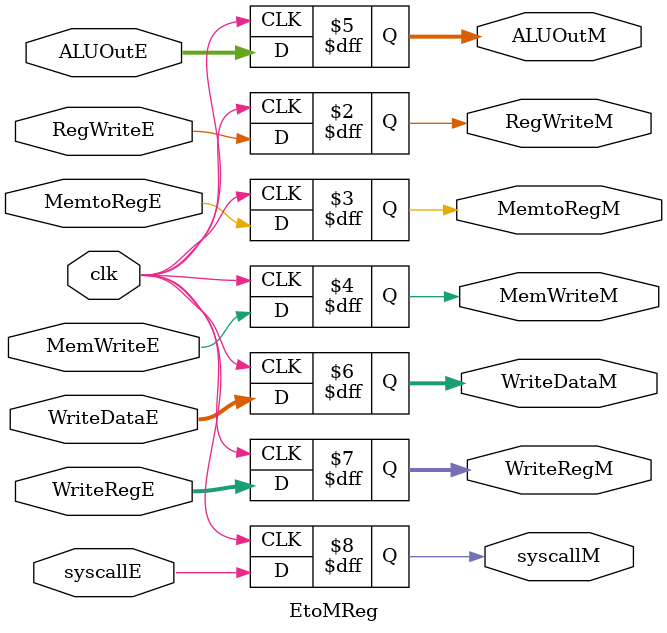
<source format=v>

module EtoMReg(input wire clk, input wire RegWriteE, input wire MemtoRegE,
	input wire MemWriteE, input wire [31:0] ALUOutE, input wire [31:0] WriteDataE,
	input wire [4:0] WriteRegE, input wire syscallE, output reg RegWriteM, output reg MemtoRegM,
	output reg MemWriteM,	output reg [31:0] ALUOutM,	output reg [31:0] WriteDataM,
	output reg [4:0] WriteRegM, output reg syscallM);

always @(posedge clk)
	begin
		RegWriteM <= RegWriteE;
		MemtoRegM <= MemtoRegE;
		MemWriteM <= MemWriteE;
		ALUOutM <= ALUOutE;
		WriteDataM <= WriteDataE;
		WriteRegM <= WriteRegE;
		syscallM <= syscallE;
	end



endmodule

</source>
